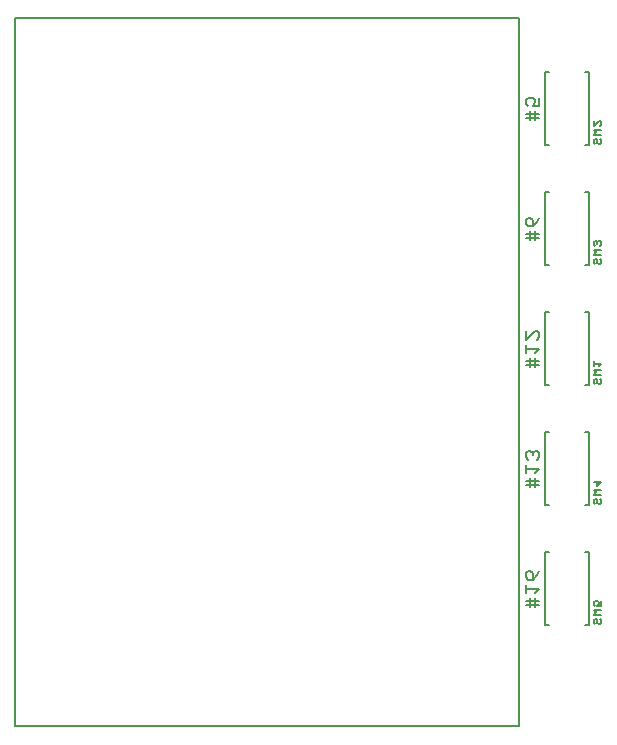
<source format=gbr>
G04 EAGLE Gerber RS-274X export*
G75*
%MOMM*%
%FSLAX34Y34*%
%LPD*%
%INSilkscreen Bottom*%
%IPPOS*%
%AMOC8*
5,1,8,0,0,1.08239X$1,22.5*%
G01*
%ADD10C,0.152400*%
%ADD11C,0.127000*%


D10*
X502412Y520522D02*
X513598Y520522D01*
X513598Y524251D02*
X502412Y524251D01*
X509869Y524251D02*
X509869Y518658D01*
X509869Y524251D02*
X509869Y526115D01*
X506141Y526115D02*
X506141Y518658D01*
X513598Y530352D02*
X513598Y537809D01*
X513598Y530352D02*
X508005Y530352D01*
X509869Y534081D01*
X509869Y535945D01*
X508005Y537809D01*
X504276Y537809D01*
X502412Y535945D01*
X502412Y532216D01*
X504276Y530352D01*
X502412Y418922D02*
X513598Y418922D01*
X513598Y422651D02*
X502412Y422651D01*
X509869Y422651D02*
X509869Y417058D01*
X509869Y422651D02*
X509869Y424515D01*
X506141Y424515D02*
X506141Y417058D01*
X511733Y432481D02*
X513598Y436209D01*
X511733Y432481D02*
X508005Y428752D01*
X504276Y428752D01*
X502412Y430616D01*
X502412Y434345D01*
X504276Y436209D01*
X506141Y436209D01*
X508005Y434345D01*
X508005Y428752D01*
X502412Y209875D02*
X513598Y209875D01*
X513598Y213604D02*
X502412Y213604D01*
X509869Y213604D02*
X509869Y208011D01*
X509869Y213604D02*
X509869Y215468D01*
X506141Y215468D02*
X506141Y208011D01*
X509869Y219705D02*
X513598Y223433D01*
X502412Y223433D01*
X502412Y219705D02*
X502412Y227162D01*
X511733Y231399D02*
X513598Y233263D01*
X513598Y236992D01*
X511733Y238856D01*
X509869Y238856D01*
X508005Y236992D01*
X508005Y235127D01*
X508005Y236992D02*
X506141Y238856D01*
X504276Y238856D01*
X502412Y236992D01*
X502412Y233263D01*
X504276Y231399D01*
X502412Y311475D02*
X513598Y311475D01*
X513598Y315204D02*
X502412Y315204D01*
X509869Y315204D02*
X509869Y309611D01*
X509869Y315204D02*
X509869Y317068D01*
X506141Y317068D02*
X506141Y309611D01*
X509869Y321305D02*
X513598Y325033D01*
X502412Y325033D01*
X502412Y321305D02*
X502412Y328762D01*
X502412Y332999D02*
X502412Y340456D01*
X502412Y332999D02*
X509869Y340456D01*
X511733Y340456D01*
X513598Y338592D01*
X513598Y334863D01*
X511733Y332999D01*
X513598Y108275D02*
X502412Y108275D01*
X502412Y112004D02*
X513598Y112004D01*
X509869Y112004D02*
X509869Y106411D01*
X509869Y112004D02*
X509869Y113868D01*
X506141Y113868D02*
X506141Y106411D01*
X509869Y118105D02*
X513598Y121833D01*
X502412Y121833D01*
X502412Y118105D02*
X502412Y125562D01*
X511733Y133527D02*
X513598Y137256D01*
X511733Y133527D02*
X508005Y129799D01*
X504276Y129799D01*
X502412Y131663D01*
X502412Y135392D01*
X504276Y137256D01*
X506141Y137256D01*
X508005Y135392D01*
X508005Y129799D01*
D11*
X496210Y605400D02*
X70210Y605400D01*
X70210Y5400D01*
X496210Y5400D01*
X496210Y605400D01*
X552210Y294120D02*
X556210Y294120D01*
X556210Y356120D01*
X552210Y356120D01*
X522210Y294120D02*
X518210Y294120D01*
X518210Y356120D01*
X522210Y356120D01*
D10*
X565180Y299858D02*
X566282Y298757D01*
X566282Y296554D01*
X565180Y295452D01*
X564078Y295452D01*
X562977Y296554D01*
X562977Y298757D01*
X561875Y299858D01*
X560774Y299858D01*
X559672Y298757D01*
X559672Y296554D01*
X560774Y295452D01*
X559672Y302936D02*
X566282Y302936D01*
X561875Y305139D02*
X559672Y302936D01*
X561875Y305139D02*
X559672Y307343D01*
X566282Y307343D01*
X564078Y310420D02*
X566282Y312624D01*
X559672Y312624D01*
X559672Y314827D02*
X559672Y310420D01*
D11*
X556210Y497320D02*
X552210Y497320D01*
X556210Y497320D02*
X556210Y559320D01*
X552210Y559320D01*
X522210Y497320D02*
X518210Y497320D01*
X518210Y559320D01*
X522210Y559320D01*
D10*
X565180Y503058D02*
X566282Y501957D01*
X566282Y499754D01*
X565180Y498652D01*
X564078Y498652D01*
X562977Y499754D01*
X562977Y501957D01*
X561875Y503058D01*
X560774Y503058D01*
X559672Y501957D01*
X559672Y499754D01*
X560774Y498652D01*
X559672Y506136D02*
X566282Y506136D01*
X561875Y508339D02*
X559672Y506136D01*
X561875Y508339D02*
X559672Y510543D01*
X566282Y510543D01*
X559672Y513620D02*
X559672Y518027D01*
X564078Y518027D02*
X559672Y513620D01*
X564078Y518027D02*
X565180Y518027D01*
X566282Y516925D01*
X566282Y514722D01*
X565180Y513620D01*
D11*
X556210Y395720D02*
X552210Y395720D01*
X556210Y395720D02*
X556210Y457720D01*
X552210Y457720D01*
X522210Y395720D02*
X518210Y395720D01*
X518210Y457720D01*
X522210Y457720D01*
D10*
X565180Y401458D02*
X566282Y400357D01*
X566282Y398154D01*
X565180Y397052D01*
X564078Y397052D01*
X562977Y398154D01*
X562977Y400357D01*
X561875Y401458D01*
X560774Y401458D01*
X559672Y400357D01*
X559672Y398154D01*
X560774Y397052D01*
X559672Y404536D02*
X566282Y404536D01*
X561875Y406739D02*
X559672Y404536D01*
X561875Y406739D02*
X559672Y408943D01*
X566282Y408943D01*
X565180Y412020D02*
X566282Y413122D01*
X566282Y415325D01*
X565180Y416427D01*
X564078Y416427D01*
X562977Y415325D01*
X562977Y414224D01*
X562977Y415325D02*
X561875Y416427D01*
X560774Y416427D01*
X559672Y415325D01*
X559672Y413122D01*
X560774Y412020D01*
D11*
X556210Y192520D02*
X552210Y192520D01*
X556210Y192520D02*
X556210Y254520D01*
X552210Y254520D01*
X522210Y192520D02*
X518210Y192520D01*
X518210Y254520D01*
X522210Y254520D01*
D10*
X565180Y198258D02*
X566282Y197157D01*
X566282Y194954D01*
X565180Y193852D01*
X564078Y193852D01*
X562977Y194954D01*
X562977Y197157D01*
X561875Y198258D01*
X560774Y198258D01*
X559672Y197157D01*
X559672Y194954D01*
X560774Y193852D01*
X559672Y201336D02*
X566282Y201336D01*
X561875Y203539D02*
X559672Y201336D01*
X561875Y203539D02*
X559672Y205743D01*
X566282Y205743D01*
X566282Y212125D02*
X559672Y212125D01*
X562977Y208820D02*
X566282Y212125D01*
X562977Y213227D02*
X562977Y208820D01*
D11*
X556210Y90920D02*
X552210Y90920D01*
X556210Y90920D02*
X556210Y152920D01*
X552210Y152920D01*
X522210Y90920D02*
X518210Y90920D01*
X518210Y152920D01*
X522210Y152920D01*
D10*
X565180Y96658D02*
X566282Y95557D01*
X566282Y93354D01*
X565180Y92252D01*
X564078Y92252D01*
X562977Y93354D01*
X562977Y95557D01*
X561875Y96658D01*
X560774Y96658D01*
X559672Y95557D01*
X559672Y93354D01*
X560774Y92252D01*
X559672Y99736D02*
X566282Y99736D01*
X561875Y101939D02*
X559672Y99736D01*
X561875Y101939D02*
X559672Y104143D01*
X566282Y104143D01*
X566282Y107220D02*
X566282Y111627D01*
X566282Y107220D02*
X562977Y107220D01*
X564078Y109424D01*
X564078Y110525D01*
X562977Y111627D01*
X560774Y111627D01*
X559672Y110525D01*
X559672Y108322D01*
X560774Y107220D01*
M02*

</source>
